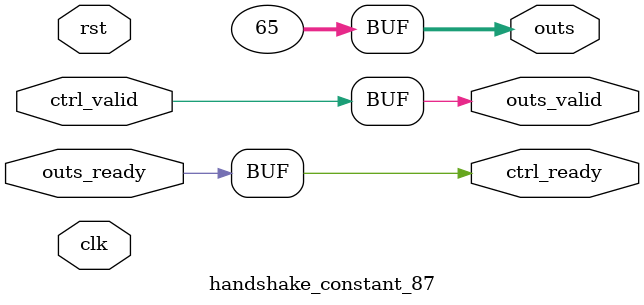
<source format=v>
`timescale 1ns / 1ps
module handshake_constant_87 #(
  parameter DATA_WIDTH = 32  // Default set to 32 bits
) (
  input                       clk,
  input                       rst,
  // Input Channel
  input                       ctrl_valid,
  output                      ctrl_ready,
  // Output Channel
  output [DATA_WIDTH - 1 : 0] outs,
  output                      outs_valid,
  input                       outs_ready
);
  assign outs       = 8'b01000001;
  assign outs_valid = ctrl_valid;
  assign ctrl_ready = outs_ready;

endmodule

</source>
